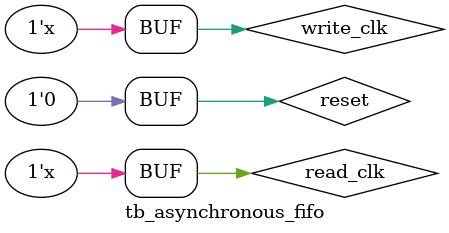
<source format=v>
`timescale 1ns/ 1ps


module tb_asynchronous_fifo;

	
// Inputs
	reg read_clk;
	reg write_clk;
	reg reset;

// Outputs
	wire [15:0] data_out;
	wire r_empty;
	wire w_full;

	// Instantiate the Unit Under Test (UUT)
	asynchronous_fifo a1 (.read_clk(read_clk), .write_clk(write_clk), .reset(reset), .data_out(data_out), .r_empty(r_empty), .w_full(w_full));

	initial begin
		// Initialize Inputs
		read_clk = 0;
		write_clk = 0;
		reset = 1;
		#4 reset=0;
	end
		
		always begin
		#10 write_clk = ~write_clk;
		end
		always begin
		#100 read_clk = ~read_clk;
		end
        

      
endmodule


</source>
